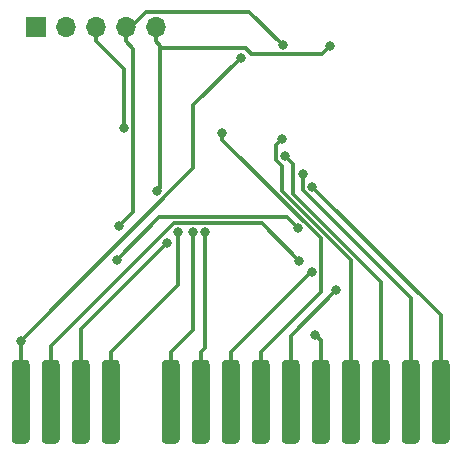
<source format=gbr>
G04 #@! TF.GenerationSoftware,KiCad,Pcbnew,5.0.0-rc2-be01b52~65~ubuntu18.04.1*
G04 #@! TF.CreationDate,2018-06-11T23:06:02+04:00*
G04 #@! TF.ProjectId,interface2_cartridge,696E74657266616365325F6361727472,rev?*
G04 #@! TF.SameCoordinates,Original*
G04 #@! TF.FileFunction,Copper,L2,Bot,Signal*
G04 #@! TF.FilePolarity,Positive*
%FSLAX46Y46*%
G04 Gerber Fmt 4.6, Leading zero omitted, Abs format (unit mm)*
G04 Created by KiCad (PCBNEW 5.0.0-rc2-be01b52~65~ubuntu18.04.1) date Mon Jun 11 23:06:02 2018*
%MOMM*%
%LPD*%
G01*
G04 APERTURE LIST*
G04 #@! TA.AperFunction,Conductor*
%ADD10C,0.100000*%
G04 #@! TD*
G04 #@! TA.AperFunction,Conductor*
%ADD11C,1.524000*%
G04 #@! TD*
G04 #@! TA.AperFunction,ComponentPad*
%ADD12R,1.700000X1.700000*%
G04 #@! TD*
G04 #@! TA.AperFunction,ComponentPad*
%ADD13O,1.700000X1.700000*%
G04 #@! TD*
G04 #@! TA.AperFunction,ViaPad*
%ADD14C,0.800000*%
G04 #@! TD*
G04 #@! TA.AperFunction,Conductor*
%ADD15C,0.300000*%
G04 #@! TD*
G04 APERTURE END LIST*
D10*
G04 #@! TO.N,+5V*
G04 #@! TO.C,J1*
G36*
X114718345Y-80265835D02*
X114755329Y-80271321D01*
X114791598Y-80280406D01*
X114826802Y-80293002D01*
X114860602Y-80308988D01*
X114892672Y-80328210D01*
X114922704Y-80350483D01*
X114950408Y-80375592D01*
X114975517Y-80403296D01*
X114997790Y-80433328D01*
X115017012Y-80465398D01*
X115032998Y-80499198D01*
X115045594Y-80534402D01*
X115054679Y-80570671D01*
X115060165Y-80607655D01*
X115062000Y-80645000D01*
X115062000Y-86995000D01*
X115060165Y-87032345D01*
X115054679Y-87069329D01*
X115045594Y-87105598D01*
X115032998Y-87140802D01*
X115017012Y-87174602D01*
X114997790Y-87206672D01*
X114975517Y-87236704D01*
X114950408Y-87264408D01*
X114922704Y-87289517D01*
X114892672Y-87311790D01*
X114860602Y-87331012D01*
X114826802Y-87346998D01*
X114791598Y-87359594D01*
X114755329Y-87368679D01*
X114718345Y-87374165D01*
X114681000Y-87376000D01*
X113919000Y-87376000D01*
X113881655Y-87374165D01*
X113844671Y-87368679D01*
X113808402Y-87359594D01*
X113773198Y-87346998D01*
X113739398Y-87331012D01*
X113707328Y-87311790D01*
X113677296Y-87289517D01*
X113649592Y-87264408D01*
X113624483Y-87236704D01*
X113602210Y-87206672D01*
X113582988Y-87174602D01*
X113567002Y-87140802D01*
X113554406Y-87105598D01*
X113545321Y-87069329D01*
X113539835Y-87032345D01*
X113538000Y-86995000D01*
X113538000Y-80645000D01*
X113539835Y-80607655D01*
X113545321Y-80570671D01*
X113554406Y-80534402D01*
X113567002Y-80499198D01*
X113582988Y-80465398D01*
X113602210Y-80433328D01*
X113624483Y-80403296D01*
X113649592Y-80375592D01*
X113677296Y-80350483D01*
X113707328Y-80328210D01*
X113739398Y-80308988D01*
X113773198Y-80293002D01*
X113808402Y-80280406D01*
X113844671Y-80271321D01*
X113881655Y-80265835D01*
X113919000Y-80264000D01*
X114681000Y-80264000D01*
X114718345Y-80265835D01*
X114718345Y-80265835D01*
G37*
D11*
X114300000Y-83820000D03*
D10*
G04 #@! TO.N,Net-(D1-Pad2)*
G36*
X117258345Y-80265835D02*
X117295329Y-80271321D01*
X117331598Y-80280406D01*
X117366802Y-80293002D01*
X117400602Y-80308988D01*
X117432672Y-80328210D01*
X117462704Y-80350483D01*
X117490408Y-80375592D01*
X117515517Y-80403296D01*
X117537790Y-80433328D01*
X117557012Y-80465398D01*
X117572998Y-80499198D01*
X117585594Y-80534402D01*
X117594679Y-80570671D01*
X117600165Y-80607655D01*
X117602000Y-80645000D01*
X117602000Y-86995000D01*
X117600165Y-87032345D01*
X117594679Y-87069329D01*
X117585594Y-87105598D01*
X117572998Y-87140802D01*
X117557012Y-87174602D01*
X117537790Y-87206672D01*
X117515517Y-87236704D01*
X117490408Y-87264408D01*
X117462704Y-87289517D01*
X117432672Y-87311790D01*
X117400602Y-87331012D01*
X117366802Y-87346998D01*
X117331598Y-87359594D01*
X117295329Y-87368679D01*
X117258345Y-87374165D01*
X117221000Y-87376000D01*
X116459000Y-87376000D01*
X116421655Y-87374165D01*
X116384671Y-87368679D01*
X116348402Y-87359594D01*
X116313198Y-87346998D01*
X116279398Y-87331012D01*
X116247328Y-87311790D01*
X116217296Y-87289517D01*
X116189592Y-87264408D01*
X116164483Y-87236704D01*
X116142210Y-87206672D01*
X116122988Y-87174602D01*
X116107002Y-87140802D01*
X116094406Y-87105598D01*
X116085321Y-87069329D01*
X116079835Y-87032345D01*
X116078000Y-86995000D01*
X116078000Y-80645000D01*
X116079835Y-80607655D01*
X116085321Y-80570671D01*
X116094406Y-80534402D01*
X116107002Y-80499198D01*
X116122988Y-80465398D01*
X116142210Y-80433328D01*
X116164483Y-80403296D01*
X116189592Y-80375592D01*
X116217296Y-80350483D01*
X116247328Y-80328210D01*
X116279398Y-80308988D01*
X116313198Y-80293002D01*
X116348402Y-80280406D01*
X116384671Y-80271321D01*
X116421655Y-80265835D01*
X116459000Y-80264000D01*
X117221000Y-80264000D01*
X117258345Y-80265835D01*
X117258345Y-80265835D01*
G37*
D11*
X116840000Y-83820000D03*
D10*
G04 #@! TO.N,A13*
G36*
X119798345Y-80265835D02*
X119835329Y-80271321D01*
X119871598Y-80280406D01*
X119906802Y-80293002D01*
X119940602Y-80308988D01*
X119972672Y-80328210D01*
X120002704Y-80350483D01*
X120030408Y-80375592D01*
X120055517Y-80403296D01*
X120077790Y-80433328D01*
X120097012Y-80465398D01*
X120112998Y-80499198D01*
X120125594Y-80534402D01*
X120134679Y-80570671D01*
X120140165Y-80607655D01*
X120142000Y-80645000D01*
X120142000Y-86995000D01*
X120140165Y-87032345D01*
X120134679Y-87069329D01*
X120125594Y-87105598D01*
X120112998Y-87140802D01*
X120097012Y-87174602D01*
X120077790Y-87206672D01*
X120055517Y-87236704D01*
X120030408Y-87264408D01*
X120002704Y-87289517D01*
X119972672Y-87311790D01*
X119940602Y-87331012D01*
X119906802Y-87346998D01*
X119871598Y-87359594D01*
X119835329Y-87368679D01*
X119798345Y-87374165D01*
X119761000Y-87376000D01*
X118999000Y-87376000D01*
X118961655Y-87374165D01*
X118924671Y-87368679D01*
X118888402Y-87359594D01*
X118853198Y-87346998D01*
X118819398Y-87331012D01*
X118787328Y-87311790D01*
X118757296Y-87289517D01*
X118729592Y-87264408D01*
X118704483Y-87236704D01*
X118682210Y-87206672D01*
X118662988Y-87174602D01*
X118647002Y-87140802D01*
X118634406Y-87105598D01*
X118625321Y-87069329D01*
X118619835Y-87032345D01*
X118618000Y-86995000D01*
X118618000Y-80645000D01*
X118619835Y-80607655D01*
X118625321Y-80570671D01*
X118634406Y-80534402D01*
X118647002Y-80499198D01*
X118662988Y-80465398D01*
X118682210Y-80433328D01*
X118704483Y-80403296D01*
X118729592Y-80375592D01*
X118757296Y-80350483D01*
X118787328Y-80328210D01*
X118819398Y-80308988D01*
X118853198Y-80293002D01*
X118888402Y-80280406D01*
X118924671Y-80271321D01*
X118961655Y-80265835D01*
X118999000Y-80264000D01*
X119761000Y-80264000D01*
X119798345Y-80265835D01*
X119798345Y-80265835D01*
G37*
D11*
X119380000Y-83820000D03*
D10*
G04 #@! TO.N,A8*
G36*
X122338345Y-80265835D02*
X122375329Y-80271321D01*
X122411598Y-80280406D01*
X122446802Y-80293002D01*
X122480602Y-80308988D01*
X122512672Y-80328210D01*
X122542704Y-80350483D01*
X122570408Y-80375592D01*
X122595517Y-80403296D01*
X122617790Y-80433328D01*
X122637012Y-80465398D01*
X122652998Y-80499198D01*
X122665594Y-80534402D01*
X122674679Y-80570671D01*
X122680165Y-80607655D01*
X122682000Y-80645000D01*
X122682000Y-86995000D01*
X122680165Y-87032345D01*
X122674679Y-87069329D01*
X122665594Y-87105598D01*
X122652998Y-87140802D01*
X122637012Y-87174602D01*
X122617790Y-87206672D01*
X122595517Y-87236704D01*
X122570408Y-87264408D01*
X122542704Y-87289517D01*
X122512672Y-87311790D01*
X122480602Y-87331012D01*
X122446802Y-87346998D01*
X122411598Y-87359594D01*
X122375329Y-87368679D01*
X122338345Y-87374165D01*
X122301000Y-87376000D01*
X121539000Y-87376000D01*
X121501655Y-87374165D01*
X121464671Y-87368679D01*
X121428402Y-87359594D01*
X121393198Y-87346998D01*
X121359398Y-87331012D01*
X121327328Y-87311790D01*
X121297296Y-87289517D01*
X121269592Y-87264408D01*
X121244483Y-87236704D01*
X121222210Y-87206672D01*
X121202988Y-87174602D01*
X121187002Y-87140802D01*
X121174406Y-87105598D01*
X121165321Y-87069329D01*
X121159835Y-87032345D01*
X121158000Y-86995000D01*
X121158000Y-80645000D01*
X121159835Y-80607655D01*
X121165321Y-80570671D01*
X121174406Y-80534402D01*
X121187002Y-80499198D01*
X121202988Y-80465398D01*
X121222210Y-80433328D01*
X121244483Y-80403296D01*
X121269592Y-80375592D01*
X121297296Y-80350483D01*
X121327328Y-80328210D01*
X121359398Y-80308988D01*
X121393198Y-80293002D01*
X121428402Y-80280406D01*
X121464671Y-80271321D01*
X121501655Y-80265835D01*
X121539000Y-80264000D01*
X122301000Y-80264000D01*
X122338345Y-80265835D01*
X122338345Y-80265835D01*
G37*
D11*
X121920000Y-83820000D03*
D10*
G04 #@! TO.N,A9*
G36*
X127418345Y-80265835D02*
X127455329Y-80271321D01*
X127491598Y-80280406D01*
X127526802Y-80293002D01*
X127560602Y-80308988D01*
X127592672Y-80328210D01*
X127622704Y-80350483D01*
X127650408Y-80375592D01*
X127675517Y-80403296D01*
X127697790Y-80433328D01*
X127717012Y-80465398D01*
X127732998Y-80499198D01*
X127745594Y-80534402D01*
X127754679Y-80570671D01*
X127760165Y-80607655D01*
X127762000Y-80645000D01*
X127762000Y-86995000D01*
X127760165Y-87032345D01*
X127754679Y-87069329D01*
X127745594Y-87105598D01*
X127732998Y-87140802D01*
X127717012Y-87174602D01*
X127697790Y-87206672D01*
X127675517Y-87236704D01*
X127650408Y-87264408D01*
X127622704Y-87289517D01*
X127592672Y-87311790D01*
X127560602Y-87331012D01*
X127526802Y-87346998D01*
X127491598Y-87359594D01*
X127455329Y-87368679D01*
X127418345Y-87374165D01*
X127381000Y-87376000D01*
X126619000Y-87376000D01*
X126581655Y-87374165D01*
X126544671Y-87368679D01*
X126508402Y-87359594D01*
X126473198Y-87346998D01*
X126439398Y-87331012D01*
X126407328Y-87311790D01*
X126377296Y-87289517D01*
X126349592Y-87264408D01*
X126324483Y-87236704D01*
X126302210Y-87206672D01*
X126282988Y-87174602D01*
X126267002Y-87140802D01*
X126254406Y-87105598D01*
X126245321Y-87069329D01*
X126239835Y-87032345D01*
X126238000Y-86995000D01*
X126238000Y-80645000D01*
X126239835Y-80607655D01*
X126245321Y-80570671D01*
X126254406Y-80534402D01*
X126267002Y-80499198D01*
X126282988Y-80465398D01*
X126302210Y-80433328D01*
X126324483Y-80403296D01*
X126349592Y-80375592D01*
X126377296Y-80350483D01*
X126407328Y-80328210D01*
X126439398Y-80308988D01*
X126473198Y-80293002D01*
X126508402Y-80280406D01*
X126544671Y-80271321D01*
X126581655Y-80265835D01*
X126619000Y-80264000D01*
X127381000Y-80264000D01*
X127418345Y-80265835D01*
X127418345Y-80265835D01*
G37*
D11*
X127000000Y-83820000D03*
D10*
G04 #@! TO.N,A11*
G36*
X129958345Y-80265835D02*
X129995329Y-80271321D01*
X130031598Y-80280406D01*
X130066802Y-80293002D01*
X130100602Y-80308988D01*
X130132672Y-80328210D01*
X130162704Y-80350483D01*
X130190408Y-80375592D01*
X130215517Y-80403296D01*
X130237790Y-80433328D01*
X130257012Y-80465398D01*
X130272998Y-80499198D01*
X130285594Y-80534402D01*
X130294679Y-80570671D01*
X130300165Y-80607655D01*
X130302000Y-80645000D01*
X130302000Y-86995000D01*
X130300165Y-87032345D01*
X130294679Y-87069329D01*
X130285594Y-87105598D01*
X130272998Y-87140802D01*
X130257012Y-87174602D01*
X130237790Y-87206672D01*
X130215517Y-87236704D01*
X130190408Y-87264408D01*
X130162704Y-87289517D01*
X130132672Y-87311790D01*
X130100602Y-87331012D01*
X130066802Y-87346998D01*
X130031598Y-87359594D01*
X129995329Y-87368679D01*
X129958345Y-87374165D01*
X129921000Y-87376000D01*
X129159000Y-87376000D01*
X129121655Y-87374165D01*
X129084671Y-87368679D01*
X129048402Y-87359594D01*
X129013198Y-87346998D01*
X128979398Y-87331012D01*
X128947328Y-87311790D01*
X128917296Y-87289517D01*
X128889592Y-87264408D01*
X128864483Y-87236704D01*
X128842210Y-87206672D01*
X128822988Y-87174602D01*
X128807002Y-87140802D01*
X128794406Y-87105598D01*
X128785321Y-87069329D01*
X128779835Y-87032345D01*
X128778000Y-86995000D01*
X128778000Y-80645000D01*
X128779835Y-80607655D01*
X128785321Y-80570671D01*
X128794406Y-80534402D01*
X128807002Y-80499198D01*
X128822988Y-80465398D01*
X128842210Y-80433328D01*
X128864483Y-80403296D01*
X128889592Y-80375592D01*
X128917296Y-80350483D01*
X128947328Y-80328210D01*
X128979398Y-80308988D01*
X129013198Y-80293002D01*
X129048402Y-80280406D01*
X129084671Y-80271321D01*
X129121655Y-80265835D01*
X129159000Y-80264000D01*
X129921000Y-80264000D01*
X129958345Y-80265835D01*
X129958345Y-80265835D01*
G37*
D11*
X129540000Y-83820000D03*
D10*
G04 #@! TO.N,Net-(D2-Pad2)*
G36*
X132498345Y-80265835D02*
X132535329Y-80271321D01*
X132571598Y-80280406D01*
X132606802Y-80293002D01*
X132640602Y-80308988D01*
X132672672Y-80328210D01*
X132702704Y-80350483D01*
X132730408Y-80375592D01*
X132755517Y-80403296D01*
X132777790Y-80433328D01*
X132797012Y-80465398D01*
X132812998Y-80499198D01*
X132825594Y-80534402D01*
X132834679Y-80570671D01*
X132840165Y-80607655D01*
X132842000Y-80645000D01*
X132842000Y-86995000D01*
X132840165Y-87032345D01*
X132834679Y-87069329D01*
X132825594Y-87105598D01*
X132812998Y-87140802D01*
X132797012Y-87174602D01*
X132777790Y-87206672D01*
X132755517Y-87236704D01*
X132730408Y-87264408D01*
X132702704Y-87289517D01*
X132672672Y-87311790D01*
X132640602Y-87331012D01*
X132606802Y-87346998D01*
X132571598Y-87359594D01*
X132535329Y-87368679D01*
X132498345Y-87374165D01*
X132461000Y-87376000D01*
X131699000Y-87376000D01*
X131661655Y-87374165D01*
X131624671Y-87368679D01*
X131588402Y-87359594D01*
X131553198Y-87346998D01*
X131519398Y-87331012D01*
X131487328Y-87311790D01*
X131457296Y-87289517D01*
X131429592Y-87264408D01*
X131404483Y-87236704D01*
X131382210Y-87206672D01*
X131362988Y-87174602D01*
X131347002Y-87140802D01*
X131334406Y-87105598D01*
X131325321Y-87069329D01*
X131319835Y-87032345D01*
X131318000Y-86995000D01*
X131318000Y-80645000D01*
X131319835Y-80607655D01*
X131325321Y-80570671D01*
X131334406Y-80534402D01*
X131347002Y-80499198D01*
X131362988Y-80465398D01*
X131382210Y-80433328D01*
X131404483Y-80403296D01*
X131429592Y-80375592D01*
X131457296Y-80350483D01*
X131487328Y-80328210D01*
X131519398Y-80308988D01*
X131553198Y-80293002D01*
X131588402Y-80280406D01*
X131624671Y-80271321D01*
X131661655Y-80265835D01*
X131699000Y-80264000D01*
X132461000Y-80264000D01*
X132498345Y-80265835D01*
X132498345Y-80265835D01*
G37*
D11*
X132080000Y-83820000D03*
D10*
G04 #@! TO.N,A10*
G36*
X135038345Y-80265835D02*
X135075329Y-80271321D01*
X135111598Y-80280406D01*
X135146802Y-80293002D01*
X135180602Y-80308988D01*
X135212672Y-80328210D01*
X135242704Y-80350483D01*
X135270408Y-80375592D01*
X135295517Y-80403296D01*
X135317790Y-80433328D01*
X135337012Y-80465398D01*
X135352998Y-80499198D01*
X135365594Y-80534402D01*
X135374679Y-80570671D01*
X135380165Y-80607655D01*
X135382000Y-80645000D01*
X135382000Y-86995000D01*
X135380165Y-87032345D01*
X135374679Y-87069329D01*
X135365594Y-87105598D01*
X135352998Y-87140802D01*
X135337012Y-87174602D01*
X135317790Y-87206672D01*
X135295517Y-87236704D01*
X135270408Y-87264408D01*
X135242704Y-87289517D01*
X135212672Y-87311790D01*
X135180602Y-87331012D01*
X135146802Y-87346998D01*
X135111598Y-87359594D01*
X135075329Y-87368679D01*
X135038345Y-87374165D01*
X135001000Y-87376000D01*
X134239000Y-87376000D01*
X134201655Y-87374165D01*
X134164671Y-87368679D01*
X134128402Y-87359594D01*
X134093198Y-87346998D01*
X134059398Y-87331012D01*
X134027328Y-87311790D01*
X133997296Y-87289517D01*
X133969592Y-87264408D01*
X133944483Y-87236704D01*
X133922210Y-87206672D01*
X133902988Y-87174602D01*
X133887002Y-87140802D01*
X133874406Y-87105598D01*
X133865321Y-87069329D01*
X133859835Y-87032345D01*
X133858000Y-86995000D01*
X133858000Y-80645000D01*
X133859835Y-80607655D01*
X133865321Y-80570671D01*
X133874406Y-80534402D01*
X133887002Y-80499198D01*
X133902988Y-80465398D01*
X133922210Y-80433328D01*
X133944483Y-80403296D01*
X133969592Y-80375592D01*
X133997296Y-80350483D01*
X134027328Y-80328210D01*
X134059398Y-80308988D01*
X134093198Y-80293002D01*
X134128402Y-80280406D01*
X134164671Y-80271321D01*
X134201655Y-80265835D01*
X134239000Y-80264000D01*
X135001000Y-80264000D01*
X135038345Y-80265835D01*
X135038345Y-80265835D01*
G37*
D11*
X134620000Y-83820000D03*
D10*
G04 #@! TO.N,Net-(D3-Pad2)*
G36*
X137578345Y-80265835D02*
X137615329Y-80271321D01*
X137651598Y-80280406D01*
X137686802Y-80293002D01*
X137720602Y-80308988D01*
X137752672Y-80328210D01*
X137782704Y-80350483D01*
X137810408Y-80375592D01*
X137835517Y-80403296D01*
X137857790Y-80433328D01*
X137877012Y-80465398D01*
X137892998Y-80499198D01*
X137905594Y-80534402D01*
X137914679Y-80570671D01*
X137920165Y-80607655D01*
X137922000Y-80645000D01*
X137922000Y-86995000D01*
X137920165Y-87032345D01*
X137914679Y-87069329D01*
X137905594Y-87105598D01*
X137892998Y-87140802D01*
X137877012Y-87174602D01*
X137857790Y-87206672D01*
X137835517Y-87236704D01*
X137810408Y-87264408D01*
X137782704Y-87289517D01*
X137752672Y-87311790D01*
X137720602Y-87331012D01*
X137686802Y-87346998D01*
X137651598Y-87359594D01*
X137615329Y-87368679D01*
X137578345Y-87374165D01*
X137541000Y-87376000D01*
X136779000Y-87376000D01*
X136741655Y-87374165D01*
X136704671Y-87368679D01*
X136668402Y-87359594D01*
X136633198Y-87346998D01*
X136599398Y-87331012D01*
X136567328Y-87311790D01*
X136537296Y-87289517D01*
X136509592Y-87264408D01*
X136484483Y-87236704D01*
X136462210Y-87206672D01*
X136442988Y-87174602D01*
X136427002Y-87140802D01*
X136414406Y-87105598D01*
X136405321Y-87069329D01*
X136399835Y-87032345D01*
X136398000Y-86995000D01*
X136398000Y-80645000D01*
X136399835Y-80607655D01*
X136405321Y-80570671D01*
X136414406Y-80534402D01*
X136427002Y-80499198D01*
X136442988Y-80465398D01*
X136462210Y-80433328D01*
X136484483Y-80403296D01*
X136509592Y-80375592D01*
X136537296Y-80350483D01*
X136567328Y-80328210D01*
X136599398Y-80308988D01*
X136633198Y-80293002D01*
X136668402Y-80280406D01*
X136704671Y-80271321D01*
X136741655Y-80265835D01*
X136779000Y-80264000D01*
X137541000Y-80264000D01*
X137578345Y-80265835D01*
X137578345Y-80265835D01*
G37*
D11*
X137160000Y-83820000D03*
D10*
G04 #@! TO.N,D7*
G36*
X140118345Y-80265835D02*
X140155329Y-80271321D01*
X140191598Y-80280406D01*
X140226802Y-80293002D01*
X140260602Y-80308988D01*
X140292672Y-80328210D01*
X140322704Y-80350483D01*
X140350408Y-80375592D01*
X140375517Y-80403296D01*
X140397790Y-80433328D01*
X140417012Y-80465398D01*
X140432998Y-80499198D01*
X140445594Y-80534402D01*
X140454679Y-80570671D01*
X140460165Y-80607655D01*
X140462000Y-80645000D01*
X140462000Y-86995000D01*
X140460165Y-87032345D01*
X140454679Y-87069329D01*
X140445594Y-87105598D01*
X140432998Y-87140802D01*
X140417012Y-87174602D01*
X140397790Y-87206672D01*
X140375517Y-87236704D01*
X140350408Y-87264408D01*
X140322704Y-87289517D01*
X140292672Y-87311790D01*
X140260602Y-87331012D01*
X140226802Y-87346998D01*
X140191598Y-87359594D01*
X140155329Y-87368679D01*
X140118345Y-87374165D01*
X140081000Y-87376000D01*
X139319000Y-87376000D01*
X139281655Y-87374165D01*
X139244671Y-87368679D01*
X139208402Y-87359594D01*
X139173198Y-87346998D01*
X139139398Y-87331012D01*
X139107328Y-87311790D01*
X139077296Y-87289517D01*
X139049592Y-87264408D01*
X139024483Y-87236704D01*
X139002210Y-87206672D01*
X138982988Y-87174602D01*
X138967002Y-87140802D01*
X138954406Y-87105598D01*
X138945321Y-87069329D01*
X138939835Y-87032345D01*
X138938000Y-86995000D01*
X138938000Y-80645000D01*
X138939835Y-80607655D01*
X138945321Y-80570671D01*
X138954406Y-80534402D01*
X138967002Y-80499198D01*
X138982988Y-80465398D01*
X139002210Y-80433328D01*
X139024483Y-80403296D01*
X139049592Y-80375592D01*
X139077296Y-80350483D01*
X139107328Y-80328210D01*
X139139398Y-80308988D01*
X139173198Y-80293002D01*
X139208402Y-80280406D01*
X139244671Y-80271321D01*
X139281655Y-80265835D01*
X139319000Y-80264000D01*
X140081000Y-80264000D01*
X140118345Y-80265835D01*
X140118345Y-80265835D01*
G37*
D11*
X139700000Y-83820000D03*
D10*
G04 #@! TO.N,D6*
G36*
X142658345Y-80265835D02*
X142695329Y-80271321D01*
X142731598Y-80280406D01*
X142766802Y-80293002D01*
X142800602Y-80308988D01*
X142832672Y-80328210D01*
X142862704Y-80350483D01*
X142890408Y-80375592D01*
X142915517Y-80403296D01*
X142937790Y-80433328D01*
X142957012Y-80465398D01*
X142972998Y-80499198D01*
X142985594Y-80534402D01*
X142994679Y-80570671D01*
X143000165Y-80607655D01*
X143002000Y-80645000D01*
X143002000Y-86995000D01*
X143000165Y-87032345D01*
X142994679Y-87069329D01*
X142985594Y-87105598D01*
X142972998Y-87140802D01*
X142957012Y-87174602D01*
X142937790Y-87206672D01*
X142915517Y-87236704D01*
X142890408Y-87264408D01*
X142862704Y-87289517D01*
X142832672Y-87311790D01*
X142800602Y-87331012D01*
X142766802Y-87346998D01*
X142731598Y-87359594D01*
X142695329Y-87368679D01*
X142658345Y-87374165D01*
X142621000Y-87376000D01*
X141859000Y-87376000D01*
X141821655Y-87374165D01*
X141784671Y-87368679D01*
X141748402Y-87359594D01*
X141713198Y-87346998D01*
X141679398Y-87331012D01*
X141647328Y-87311790D01*
X141617296Y-87289517D01*
X141589592Y-87264408D01*
X141564483Y-87236704D01*
X141542210Y-87206672D01*
X141522988Y-87174602D01*
X141507002Y-87140802D01*
X141494406Y-87105598D01*
X141485321Y-87069329D01*
X141479835Y-87032345D01*
X141478000Y-86995000D01*
X141478000Y-80645000D01*
X141479835Y-80607655D01*
X141485321Y-80570671D01*
X141494406Y-80534402D01*
X141507002Y-80499198D01*
X141522988Y-80465398D01*
X141542210Y-80433328D01*
X141564483Y-80403296D01*
X141589592Y-80375592D01*
X141617296Y-80350483D01*
X141647328Y-80328210D01*
X141679398Y-80308988D01*
X141713198Y-80293002D01*
X141748402Y-80280406D01*
X141784671Y-80271321D01*
X141821655Y-80265835D01*
X141859000Y-80264000D01*
X142621000Y-80264000D01*
X142658345Y-80265835D01*
X142658345Y-80265835D01*
G37*
D11*
X142240000Y-83820000D03*
D10*
G04 #@! TO.N,D5*
G36*
X145198345Y-80265835D02*
X145235329Y-80271321D01*
X145271598Y-80280406D01*
X145306802Y-80293002D01*
X145340602Y-80308988D01*
X145372672Y-80328210D01*
X145402704Y-80350483D01*
X145430408Y-80375592D01*
X145455517Y-80403296D01*
X145477790Y-80433328D01*
X145497012Y-80465398D01*
X145512998Y-80499198D01*
X145525594Y-80534402D01*
X145534679Y-80570671D01*
X145540165Y-80607655D01*
X145542000Y-80645000D01*
X145542000Y-86995000D01*
X145540165Y-87032345D01*
X145534679Y-87069329D01*
X145525594Y-87105598D01*
X145512998Y-87140802D01*
X145497012Y-87174602D01*
X145477790Y-87206672D01*
X145455517Y-87236704D01*
X145430408Y-87264408D01*
X145402704Y-87289517D01*
X145372672Y-87311790D01*
X145340602Y-87331012D01*
X145306802Y-87346998D01*
X145271598Y-87359594D01*
X145235329Y-87368679D01*
X145198345Y-87374165D01*
X145161000Y-87376000D01*
X144399000Y-87376000D01*
X144361655Y-87374165D01*
X144324671Y-87368679D01*
X144288402Y-87359594D01*
X144253198Y-87346998D01*
X144219398Y-87331012D01*
X144187328Y-87311790D01*
X144157296Y-87289517D01*
X144129592Y-87264408D01*
X144104483Y-87236704D01*
X144082210Y-87206672D01*
X144062988Y-87174602D01*
X144047002Y-87140802D01*
X144034406Y-87105598D01*
X144025321Y-87069329D01*
X144019835Y-87032345D01*
X144018000Y-86995000D01*
X144018000Y-80645000D01*
X144019835Y-80607655D01*
X144025321Y-80570671D01*
X144034406Y-80534402D01*
X144047002Y-80499198D01*
X144062988Y-80465398D01*
X144082210Y-80433328D01*
X144104483Y-80403296D01*
X144129592Y-80375592D01*
X144157296Y-80350483D01*
X144187328Y-80328210D01*
X144219398Y-80308988D01*
X144253198Y-80293002D01*
X144288402Y-80280406D01*
X144324671Y-80271321D01*
X144361655Y-80265835D01*
X144399000Y-80264000D01*
X145161000Y-80264000D01*
X145198345Y-80265835D01*
X145198345Y-80265835D01*
G37*
D11*
X144780000Y-83820000D03*
D10*
G04 #@! TO.N,D4*
G36*
X147738345Y-80265835D02*
X147775329Y-80271321D01*
X147811598Y-80280406D01*
X147846802Y-80293002D01*
X147880602Y-80308988D01*
X147912672Y-80328210D01*
X147942704Y-80350483D01*
X147970408Y-80375592D01*
X147995517Y-80403296D01*
X148017790Y-80433328D01*
X148037012Y-80465398D01*
X148052998Y-80499198D01*
X148065594Y-80534402D01*
X148074679Y-80570671D01*
X148080165Y-80607655D01*
X148082000Y-80645000D01*
X148082000Y-86995000D01*
X148080165Y-87032345D01*
X148074679Y-87069329D01*
X148065594Y-87105598D01*
X148052998Y-87140802D01*
X148037012Y-87174602D01*
X148017790Y-87206672D01*
X147995517Y-87236704D01*
X147970408Y-87264408D01*
X147942704Y-87289517D01*
X147912672Y-87311790D01*
X147880602Y-87331012D01*
X147846802Y-87346998D01*
X147811598Y-87359594D01*
X147775329Y-87368679D01*
X147738345Y-87374165D01*
X147701000Y-87376000D01*
X146939000Y-87376000D01*
X146901655Y-87374165D01*
X146864671Y-87368679D01*
X146828402Y-87359594D01*
X146793198Y-87346998D01*
X146759398Y-87331012D01*
X146727328Y-87311790D01*
X146697296Y-87289517D01*
X146669592Y-87264408D01*
X146644483Y-87236704D01*
X146622210Y-87206672D01*
X146602988Y-87174602D01*
X146587002Y-87140802D01*
X146574406Y-87105598D01*
X146565321Y-87069329D01*
X146559835Y-87032345D01*
X146558000Y-86995000D01*
X146558000Y-80645000D01*
X146559835Y-80607655D01*
X146565321Y-80570671D01*
X146574406Y-80534402D01*
X146587002Y-80499198D01*
X146602988Y-80465398D01*
X146622210Y-80433328D01*
X146644483Y-80403296D01*
X146669592Y-80375592D01*
X146697296Y-80350483D01*
X146727328Y-80328210D01*
X146759398Y-80308988D01*
X146793198Y-80293002D01*
X146828402Y-80280406D01*
X146864671Y-80271321D01*
X146901655Y-80265835D01*
X146939000Y-80264000D01*
X147701000Y-80264000D01*
X147738345Y-80265835D01*
X147738345Y-80265835D01*
G37*
D11*
X147320000Y-83820000D03*
D10*
G04 #@! TO.N,D3*
G36*
X150278345Y-80265835D02*
X150315329Y-80271321D01*
X150351598Y-80280406D01*
X150386802Y-80293002D01*
X150420602Y-80308988D01*
X150452672Y-80328210D01*
X150482704Y-80350483D01*
X150510408Y-80375592D01*
X150535517Y-80403296D01*
X150557790Y-80433328D01*
X150577012Y-80465398D01*
X150592998Y-80499198D01*
X150605594Y-80534402D01*
X150614679Y-80570671D01*
X150620165Y-80607655D01*
X150622000Y-80645000D01*
X150622000Y-86995000D01*
X150620165Y-87032345D01*
X150614679Y-87069329D01*
X150605594Y-87105598D01*
X150592998Y-87140802D01*
X150577012Y-87174602D01*
X150557790Y-87206672D01*
X150535517Y-87236704D01*
X150510408Y-87264408D01*
X150482704Y-87289517D01*
X150452672Y-87311790D01*
X150420602Y-87331012D01*
X150386802Y-87346998D01*
X150351598Y-87359594D01*
X150315329Y-87368679D01*
X150278345Y-87374165D01*
X150241000Y-87376000D01*
X149479000Y-87376000D01*
X149441655Y-87374165D01*
X149404671Y-87368679D01*
X149368402Y-87359594D01*
X149333198Y-87346998D01*
X149299398Y-87331012D01*
X149267328Y-87311790D01*
X149237296Y-87289517D01*
X149209592Y-87264408D01*
X149184483Y-87236704D01*
X149162210Y-87206672D01*
X149142988Y-87174602D01*
X149127002Y-87140802D01*
X149114406Y-87105598D01*
X149105321Y-87069329D01*
X149099835Y-87032345D01*
X149098000Y-86995000D01*
X149098000Y-80645000D01*
X149099835Y-80607655D01*
X149105321Y-80570671D01*
X149114406Y-80534402D01*
X149127002Y-80499198D01*
X149142988Y-80465398D01*
X149162210Y-80433328D01*
X149184483Y-80403296D01*
X149209592Y-80375592D01*
X149237296Y-80350483D01*
X149267328Y-80328210D01*
X149299398Y-80308988D01*
X149333198Y-80293002D01*
X149368402Y-80280406D01*
X149404671Y-80271321D01*
X149441655Y-80265835D01*
X149479000Y-80264000D01*
X150241000Y-80264000D01*
X150278345Y-80265835D01*
X150278345Y-80265835D01*
G37*
D11*
X149860000Y-83820000D03*
G04 #@! TD*
D12*
G04 #@! TO.P,J2,1*
G04 #@! TO.N,Net-(J2-Pad1)*
X115570000Y-52070000D03*
D13*
G04 #@! TO.P,J2,2*
G04 #@! TO.N,Net-(J2-Pad2)*
X118110000Y-52070000D03*
G04 #@! TO.P,J2,3*
G04 #@! TO.N,A14*
X120650000Y-52070000D03*
G04 #@! TO.P,J2,4*
G04 #@! TO.N,A15*
X123190000Y-52070000D03*
G04 #@! TO.P,J2,5*
G04 #@! TO.N,A16*
X125730000Y-52070000D03*
G04 #@! TD*
D14*
G04 #@! TO.N,Net-(D1-Pad1)*
X137799100Y-69154200D03*
X122433700Y-71802900D03*
G04 #@! TO.N,Net-(D1-Pad2)*
X137873500Y-71878200D03*
G04 #@! TO.N,Net-(D2-Pad2)*
X138945000Y-72875300D03*
G04 #@! TO.N,Net-(D3-Pad2)*
X141035800Y-74401800D03*
G04 #@! TO.N,D3*
X138978300Y-65638200D03*
G04 #@! TO.N,D4*
X138184500Y-64549000D03*
G04 #@! TO.N,D5*
X136701400Y-63072000D03*
G04 #@! TO.N,D6*
X136426400Y-61595000D03*
G04 #@! TO.N,D7*
X139208200Y-78149500D03*
G04 #@! TO.N,A10*
X131370800Y-61053100D03*
G04 #@! TO.N,A11*
X129915000Y-69460900D03*
G04 #@! TO.N,A9*
X128914600Y-69496500D03*
G04 #@! TO.N,A8*
X127641300Y-69487400D03*
G04 #@! TO.N,A13*
X126684600Y-70367500D03*
G04 #@! TO.N,+5V*
X132974100Y-54692200D03*
X114332000Y-78658000D03*
G04 #@! TO.N,A14*
X123069900Y-60618100D03*
G04 #@! TO.N,A15*
X122654200Y-68964500D03*
X136476900Y-53638900D03*
G04 #@! TO.N,A16*
X140470900Y-53725000D03*
X125890700Y-66025700D03*
G04 #@! TD*
D15*
G04 #@! TO.N,Net-(D1-Pad1)*
X122433700Y-71802900D02*
X126046500Y-68190100D01*
X126046500Y-68190100D02*
X136835000Y-68190100D01*
X136835000Y-68190100D02*
X137799100Y-69154200D01*
G04 #@! TO.N,Net-(D1-Pad2)*
X137873500Y-71878200D02*
X134703000Y-68707700D01*
X134703000Y-68707700D02*
X127283400Y-68707700D01*
X127283400Y-68707700D02*
X116840000Y-79151100D01*
X116840000Y-79151100D02*
X116840000Y-79659700D01*
X116840000Y-83820000D02*
X116840000Y-79659700D01*
G04 #@! TO.N,Net-(D2-Pad2)*
X132080000Y-79659700D02*
X138864400Y-72875300D01*
X138864400Y-72875300D02*
X138945000Y-72875300D01*
X132080000Y-83820000D02*
X132080000Y-79659700D01*
G04 #@! TO.N,Net-(D3-Pad2)*
X141035800Y-74401800D02*
X137160000Y-78277600D01*
X137160000Y-78277600D02*
X137160000Y-79659700D01*
X137160000Y-83820000D02*
X137160000Y-79659700D01*
G04 #@! TO.N,D3*
X138978300Y-65638200D02*
X149860000Y-76519900D01*
X149860000Y-76519900D02*
X149860000Y-83820000D01*
G04 #@! TO.N,D4*
X147320000Y-79659700D02*
X147320000Y-75076900D01*
X147320000Y-75076900D02*
X138184600Y-65941500D01*
X138184600Y-65941500D02*
X138184600Y-64549000D01*
X138184600Y-64549000D02*
X138184500Y-64549000D01*
X147320000Y-83820000D02*
X147320000Y-79659700D01*
G04 #@! TO.N,D5*
X136701400Y-63072000D02*
X137345500Y-63716100D01*
X137345500Y-63716100D02*
X137345500Y-66224300D01*
X137345500Y-66224300D02*
X144780000Y-73658800D01*
X144780000Y-73658800D02*
X144780000Y-83820000D01*
G04 #@! TO.N,D6*
X136426400Y-61595000D02*
X135951100Y-62070300D01*
X135951100Y-62070300D02*
X135951100Y-63382700D01*
X135951100Y-63382700D02*
X136426300Y-63857900D01*
X136426300Y-63857900D02*
X136426400Y-63857900D01*
X136426400Y-63857900D02*
X136426400Y-66012700D01*
X136426400Y-66012700D02*
X142239900Y-71826200D01*
X142239900Y-71826200D02*
X142239900Y-79659700D01*
X142239900Y-79659700D02*
X142240000Y-79659700D01*
X142240000Y-83820000D02*
X142240000Y-79659700D01*
G04 #@! TO.N,D7*
X139700000Y-79659700D02*
X139700000Y-78641300D01*
X139700000Y-78641300D02*
X139208200Y-78149500D01*
X139700000Y-83820000D02*
X139700000Y-79659700D01*
G04 #@! TO.N,A10*
X131370800Y-61053100D02*
X131370800Y-61664600D01*
X131370800Y-61664600D02*
X139705300Y-69999100D01*
X139705300Y-69999100D02*
X139705300Y-74574400D01*
X139705300Y-74574400D02*
X134620000Y-79659700D01*
X134620000Y-83820000D02*
X134620000Y-79659700D01*
G04 #@! TO.N,A11*
X129540000Y-79659700D02*
X129915000Y-79284700D01*
X129915000Y-79284700D02*
X129915000Y-69460900D01*
X129540000Y-83820000D02*
X129540000Y-79659700D01*
G04 #@! TO.N,A9*
X127000000Y-79659700D02*
X128914600Y-77745100D01*
X128914600Y-77745100D02*
X128914600Y-69496500D01*
X127000000Y-83820000D02*
X127000000Y-79659700D01*
G04 #@! TO.N,A8*
X121920000Y-83820000D02*
X121920000Y-79659700D01*
X121920000Y-79659700D02*
X127641300Y-73938400D01*
X127641300Y-73938400D02*
X127641300Y-69487400D01*
G04 #@! TO.N,A13*
X126684600Y-70367500D02*
X119380000Y-77672100D01*
X119380000Y-77672100D02*
X119380000Y-83820000D01*
G04 #@! TO.N,+5V*
X114332000Y-78658000D02*
X128928600Y-64061400D01*
X128928600Y-64061400D02*
X128928600Y-58737700D01*
X128928600Y-58737700D02*
X132974100Y-54692200D01*
X114300000Y-83820000D02*
X114300000Y-78690000D01*
X114300000Y-78690000D02*
X114332000Y-78658000D01*
G04 #@! TO.N,A14*
X120650000Y-53270300D02*
X123069900Y-55690200D01*
X123069900Y-55690200D02*
X123069900Y-60618100D01*
X120650000Y-52070000D02*
X120650000Y-53270300D01*
G04 #@! TO.N,A15*
X123190000Y-52070000D02*
X123190000Y-53270300D01*
X122654200Y-68964500D02*
X123857100Y-67761600D01*
X123857100Y-67761600D02*
X123857100Y-53937400D01*
X123857100Y-53937400D02*
X123190000Y-53270300D01*
X136476900Y-53638900D02*
X133675400Y-50837400D01*
X133675400Y-50837400D02*
X124900600Y-50837400D01*
X124900600Y-50837400D02*
X123668000Y-52070000D01*
X123190000Y-52070000D02*
X123668000Y-52070000D01*
G04 #@! TO.N,A16*
X126140900Y-53924600D02*
X126140900Y-65775500D01*
X126140900Y-65775500D02*
X125890700Y-66025700D01*
X125730000Y-53270300D02*
X126140900Y-53681200D01*
X126140900Y-53681200D02*
X126140900Y-53924600D01*
X126140900Y-53924600D02*
X133384800Y-53924600D01*
X133384800Y-53924600D02*
X133849500Y-54389300D01*
X133849500Y-54389300D02*
X139806600Y-54389300D01*
X139806600Y-54389300D02*
X140470900Y-53725000D01*
X125730000Y-52070000D02*
X125730000Y-53270300D01*
G04 #@! TD*
M02*

</source>
